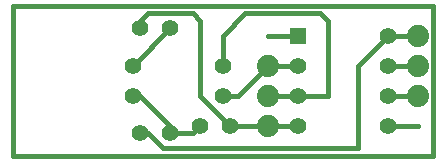
<source format=gbl>
G04 (created by PCBNEW-RS274X (2012-apr-16-27)-stable) date Fri 23 Aug 2013 11:32:02 AM IST*
G01*
G70*
G90*
%MOIN*%
G04 Gerber Fmt 3.4, Leading zero omitted, Abs format*
%FSLAX34Y34*%
G04 APERTURE LIST*
%ADD10C,0.006000*%
%ADD11C,0.015000*%
%ADD12C,0.055000*%
%ADD13R,0.055000X0.055000*%
%ADD14C,0.074000*%
%ADD15C,0.016000*%
G04 APERTURE END LIST*
G54D10*
G54D11*
X33000Y-43250D02*
X33000Y-38250D01*
X47000Y-43250D02*
X33000Y-43250D01*
X47000Y-38250D02*
X47000Y-43250D01*
X33000Y-38250D02*
X47000Y-38250D01*
G54D12*
X40250Y-42250D03*
X39250Y-42250D03*
X37250Y-39000D03*
X38250Y-39000D03*
X37250Y-42500D03*
X38250Y-42500D03*
G54D13*
X42500Y-39250D03*
G54D12*
X42500Y-40250D03*
X42500Y-41250D03*
X42500Y-42250D03*
X45500Y-42250D03*
X45500Y-41250D03*
X45500Y-40250D03*
X45500Y-39250D03*
G54D14*
X46500Y-41250D03*
X46500Y-40250D03*
X46500Y-39250D03*
X41500Y-40250D03*
X41500Y-41250D03*
X41500Y-42250D03*
G54D12*
X37000Y-41250D03*
X40000Y-41250D03*
X37000Y-40250D03*
X40000Y-40250D03*
G54D15*
X44500Y-43000D02*
X44500Y-40250D01*
X37250Y-42500D02*
X37500Y-42500D01*
X37500Y-42500D02*
X38000Y-43000D01*
X44500Y-43000D02*
X38000Y-43000D01*
X44500Y-40250D02*
X45500Y-39250D01*
X45500Y-39250D02*
X45750Y-39250D01*
X45750Y-39250D02*
X45500Y-39250D01*
X45500Y-39250D02*
X46500Y-39250D01*
X38250Y-39000D02*
X37000Y-40250D01*
X38250Y-42500D02*
X39000Y-42500D01*
X39000Y-42500D02*
X39250Y-42250D01*
X37250Y-41250D02*
X38250Y-42250D01*
X38250Y-42250D02*
X38250Y-42500D01*
X37000Y-41250D02*
X37250Y-41250D01*
X37250Y-39000D02*
X37250Y-38750D01*
X39250Y-41250D02*
X40250Y-42250D01*
X39250Y-38750D02*
X39250Y-41250D01*
X39000Y-38500D02*
X39250Y-38750D01*
X37500Y-38500D02*
X39000Y-38500D01*
X37250Y-38750D02*
X37500Y-38500D01*
X40250Y-42250D02*
X41500Y-42250D01*
X41500Y-42250D02*
X42500Y-42250D01*
X41500Y-40250D02*
X42500Y-40250D01*
X41500Y-40250D02*
X40500Y-41250D01*
X40500Y-41250D02*
X40000Y-41250D01*
X45500Y-40250D02*
X46500Y-40250D01*
X42500Y-39250D02*
X41500Y-39250D01*
X45500Y-41250D02*
X46500Y-41250D01*
X46500Y-42250D02*
X45500Y-42250D01*
X42500Y-41250D02*
X43500Y-41250D01*
X40750Y-38500D02*
X43250Y-38500D01*
X40000Y-39250D02*
X40750Y-38500D01*
X40000Y-39250D02*
X40000Y-40250D01*
X43250Y-38500D02*
X43500Y-38750D01*
X43500Y-41250D02*
X43500Y-38750D01*
X41500Y-41250D02*
X42500Y-41250D01*
M02*

</source>
